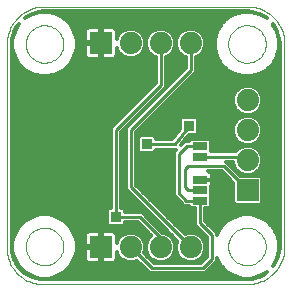
<source format=gbl>
G75*
G70*
%OFA0B0*%
%FSLAX24Y24*%
%IPPOS*%
%LPD*%
%AMOC8*
5,1,8,0,0,1.08239X$1,22.5*
%
%ADD10C,0.0000*%
%ADD11R,0.0500X0.0250*%
%ADD12R,0.0740X0.0740*%
%ADD13C,0.0740*%
%ADD14R,0.0356X0.0356*%
%ADD15C,0.0120*%
%ADD16C,0.0100*%
D10*
X000536Y001785D02*
X000534Y001719D01*
X000536Y001653D01*
X000542Y001587D01*
X000551Y001521D01*
X000564Y001456D01*
X000581Y001391D01*
X000601Y001328D01*
X000625Y001266D01*
X000652Y001206D01*
X000683Y001147D01*
X000717Y001089D01*
X000754Y001034D01*
X000794Y000981D01*
X000837Y000931D01*
X000882Y000882D01*
X000931Y000837D01*
X000981Y000794D01*
X001034Y000754D01*
X001089Y000717D01*
X001147Y000683D01*
X001206Y000652D01*
X001266Y000625D01*
X001328Y000601D01*
X001391Y000581D01*
X001456Y000564D01*
X001521Y000551D01*
X001587Y000542D01*
X001653Y000536D01*
X001719Y000534D01*
X001785Y000536D01*
X001785Y000535D02*
X008535Y000535D01*
X008603Y000537D01*
X008670Y000542D01*
X008737Y000551D01*
X008804Y000564D01*
X008869Y000581D01*
X008934Y000600D01*
X008998Y000624D01*
X009060Y000651D01*
X009121Y000681D01*
X009179Y000714D01*
X009236Y000750D01*
X009291Y000790D01*
X009344Y000832D01*
X009395Y000878D01*
X009442Y000925D01*
X009488Y000976D01*
X009530Y001029D01*
X009570Y001084D01*
X009606Y001141D01*
X009639Y001199D01*
X009669Y001260D01*
X009696Y001322D01*
X009720Y001386D01*
X009739Y001451D01*
X009756Y001516D01*
X009769Y001583D01*
X009778Y001650D01*
X009783Y001717D01*
X009785Y001785D01*
X009785Y008535D01*
X009783Y008603D01*
X009778Y008670D01*
X009769Y008737D01*
X009756Y008804D01*
X009739Y008869D01*
X009720Y008934D01*
X009696Y008998D01*
X009669Y009060D01*
X009639Y009121D01*
X009606Y009179D01*
X009570Y009236D01*
X009530Y009291D01*
X009488Y009344D01*
X009442Y009395D01*
X009395Y009442D01*
X009344Y009488D01*
X009291Y009530D01*
X009236Y009570D01*
X009179Y009606D01*
X009121Y009639D01*
X009060Y009669D01*
X008998Y009696D01*
X008934Y009720D01*
X008869Y009739D01*
X008804Y009756D01*
X008737Y009769D01*
X008670Y009778D01*
X008603Y009783D01*
X008535Y009785D01*
X001785Y009785D01*
X001160Y008535D02*
X001162Y008585D01*
X001168Y008634D01*
X001178Y008683D01*
X001191Y008730D01*
X001209Y008777D01*
X001230Y008822D01*
X001254Y008865D01*
X001282Y008906D01*
X001313Y008945D01*
X001347Y008981D01*
X001384Y009015D01*
X001424Y009045D01*
X001465Y009072D01*
X001509Y009096D01*
X001554Y009116D01*
X001601Y009132D01*
X001649Y009145D01*
X001698Y009154D01*
X001748Y009159D01*
X001797Y009160D01*
X001847Y009157D01*
X001896Y009150D01*
X001945Y009139D01*
X001992Y009125D01*
X002038Y009106D01*
X002083Y009084D01*
X002126Y009059D01*
X002166Y009030D01*
X002204Y008998D01*
X002240Y008964D01*
X002273Y008926D01*
X002302Y008886D01*
X002328Y008844D01*
X002351Y008800D01*
X002370Y008754D01*
X002386Y008707D01*
X002398Y008658D01*
X002406Y008609D01*
X002410Y008560D01*
X002410Y008510D01*
X002406Y008461D01*
X002398Y008412D01*
X002386Y008363D01*
X002370Y008316D01*
X002351Y008270D01*
X002328Y008226D01*
X002302Y008184D01*
X002273Y008144D01*
X002240Y008106D01*
X002204Y008072D01*
X002166Y008040D01*
X002126Y008011D01*
X002083Y007986D01*
X002038Y007964D01*
X001992Y007945D01*
X001945Y007931D01*
X001896Y007920D01*
X001847Y007913D01*
X001797Y007910D01*
X001748Y007911D01*
X001698Y007916D01*
X001649Y007925D01*
X001601Y007938D01*
X001554Y007954D01*
X001509Y007974D01*
X001465Y007998D01*
X001424Y008025D01*
X001384Y008055D01*
X001347Y008089D01*
X001313Y008125D01*
X001282Y008164D01*
X001254Y008205D01*
X001230Y008248D01*
X001209Y008293D01*
X001191Y008340D01*
X001178Y008387D01*
X001168Y008436D01*
X001162Y008485D01*
X001160Y008535D01*
X000535Y008535D02*
X000535Y001785D01*
X001160Y001785D02*
X001162Y001835D01*
X001168Y001884D01*
X001178Y001933D01*
X001191Y001980D01*
X001209Y002027D01*
X001230Y002072D01*
X001254Y002115D01*
X001282Y002156D01*
X001313Y002195D01*
X001347Y002231D01*
X001384Y002265D01*
X001424Y002295D01*
X001465Y002322D01*
X001509Y002346D01*
X001554Y002366D01*
X001601Y002382D01*
X001649Y002395D01*
X001698Y002404D01*
X001748Y002409D01*
X001797Y002410D01*
X001847Y002407D01*
X001896Y002400D01*
X001945Y002389D01*
X001992Y002375D01*
X002038Y002356D01*
X002083Y002334D01*
X002126Y002309D01*
X002166Y002280D01*
X002204Y002248D01*
X002240Y002214D01*
X002273Y002176D01*
X002302Y002136D01*
X002328Y002094D01*
X002351Y002050D01*
X002370Y002004D01*
X002386Y001957D01*
X002398Y001908D01*
X002406Y001859D01*
X002410Y001810D01*
X002410Y001760D01*
X002406Y001711D01*
X002398Y001662D01*
X002386Y001613D01*
X002370Y001566D01*
X002351Y001520D01*
X002328Y001476D01*
X002302Y001434D01*
X002273Y001394D01*
X002240Y001356D01*
X002204Y001322D01*
X002166Y001290D01*
X002126Y001261D01*
X002083Y001236D01*
X002038Y001214D01*
X001992Y001195D01*
X001945Y001181D01*
X001896Y001170D01*
X001847Y001163D01*
X001797Y001160D01*
X001748Y001161D01*
X001698Y001166D01*
X001649Y001175D01*
X001601Y001188D01*
X001554Y001204D01*
X001509Y001224D01*
X001465Y001248D01*
X001424Y001275D01*
X001384Y001305D01*
X001347Y001339D01*
X001313Y001375D01*
X001282Y001414D01*
X001254Y001455D01*
X001230Y001498D01*
X001209Y001543D01*
X001191Y001590D01*
X001178Y001637D01*
X001168Y001686D01*
X001162Y001735D01*
X001160Y001785D01*
X000535Y008535D02*
X000537Y008603D01*
X000542Y008670D01*
X000551Y008737D01*
X000564Y008804D01*
X000581Y008869D01*
X000600Y008934D01*
X000624Y008998D01*
X000651Y009060D01*
X000681Y009121D01*
X000714Y009179D01*
X000750Y009236D01*
X000790Y009291D01*
X000832Y009344D01*
X000878Y009395D01*
X000925Y009442D01*
X000976Y009488D01*
X001029Y009530D01*
X001084Y009570D01*
X001141Y009606D01*
X001199Y009639D01*
X001260Y009669D01*
X001322Y009696D01*
X001386Y009720D01*
X001451Y009739D01*
X001516Y009756D01*
X001583Y009769D01*
X001650Y009778D01*
X001717Y009783D01*
X001785Y009785D01*
X007910Y008535D02*
X007912Y008585D01*
X007918Y008634D01*
X007928Y008683D01*
X007941Y008730D01*
X007959Y008777D01*
X007980Y008822D01*
X008004Y008865D01*
X008032Y008906D01*
X008063Y008945D01*
X008097Y008981D01*
X008134Y009015D01*
X008174Y009045D01*
X008215Y009072D01*
X008259Y009096D01*
X008304Y009116D01*
X008351Y009132D01*
X008399Y009145D01*
X008448Y009154D01*
X008498Y009159D01*
X008547Y009160D01*
X008597Y009157D01*
X008646Y009150D01*
X008695Y009139D01*
X008742Y009125D01*
X008788Y009106D01*
X008833Y009084D01*
X008876Y009059D01*
X008916Y009030D01*
X008954Y008998D01*
X008990Y008964D01*
X009023Y008926D01*
X009052Y008886D01*
X009078Y008844D01*
X009101Y008800D01*
X009120Y008754D01*
X009136Y008707D01*
X009148Y008658D01*
X009156Y008609D01*
X009160Y008560D01*
X009160Y008510D01*
X009156Y008461D01*
X009148Y008412D01*
X009136Y008363D01*
X009120Y008316D01*
X009101Y008270D01*
X009078Y008226D01*
X009052Y008184D01*
X009023Y008144D01*
X008990Y008106D01*
X008954Y008072D01*
X008916Y008040D01*
X008876Y008011D01*
X008833Y007986D01*
X008788Y007964D01*
X008742Y007945D01*
X008695Y007931D01*
X008646Y007920D01*
X008597Y007913D01*
X008547Y007910D01*
X008498Y007911D01*
X008448Y007916D01*
X008399Y007925D01*
X008351Y007938D01*
X008304Y007954D01*
X008259Y007974D01*
X008215Y007998D01*
X008174Y008025D01*
X008134Y008055D01*
X008097Y008089D01*
X008063Y008125D01*
X008032Y008164D01*
X008004Y008205D01*
X007980Y008248D01*
X007959Y008293D01*
X007941Y008340D01*
X007928Y008387D01*
X007918Y008436D01*
X007912Y008485D01*
X007910Y008535D01*
X007910Y001785D02*
X007912Y001835D01*
X007918Y001884D01*
X007928Y001933D01*
X007941Y001980D01*
X007959Y002027D01*
X007980Y002072D01*
X008004Y002115D01*
X008032Y002156D01*
X008063Y002195D01*
X008097Y002231D01*
X008134Y002265D01*
X008174Y002295D01*
X008215Y002322D01*
X008259Y002346D01*
X008304Y002366D01*
X008351Y002382D01*
X008399Y002395D01*
X008448Y002404D01*
X008498Y002409D01*
X008547Y002410D01*
X008597Y002407D01*
X008646Y002400D01*
X008695Y002389D01*
X008742Y002375D01*
X008788Y002356D01*
X008833Y002334D01*
X008876Y002309D01*
X008916Y002280D01*
X008954Y002248D01*
X008990Y002214D01*
X009023Y002176D01*
X009052Y002136D01*
X009078Y002094D01*
X009101Y002050D01*
X009120Y002004D01*
X009136Y001957D01*
X009148Y001908D01*
X009156Y001859D01*
X009160Y001810D01*
X009160Y001760D01*
X009156Y001711D01*
X009148Y001662D01*
X009136Y001613D01*
X009120Y001566D01*
X009101Y001520D01*
X009078Y001476D01*
X009052Y001434D01*
X009023Y001394D01*
X008990Y001356D01*
X008954Y001322D01*
X008916Y001290D01*
X008876Y001261D01*
X008833Y001236D01*
X008788Y001214D01*
X008742Y001195D01*
X008695Y001181D01*
X008646Y001170D01*
X008597Y001163D01*
X008547Y001160D01*
X008498Y001161D01*
X008448Y001166D01*
X008399Y001175D01*
X008351Y001188D01*
X008304Y001204D01*
X008259Y001224D01*
X008215Y001248D01*
X008174Y001275D01*
X008134Y001305D01*
X008097Y001339D01*
X008063Y001375D01*
X008032Y001414D01*
X008004Y001455D01*
X007980Y001498D01*
X007959Y001543D01*
X007941Y001590D01*
X007928Y001637D01*
X007918Y001686D01*
X007912Y001735D01*
X007910Y001785D01*
D11*
X006960Y003310D03*
X006960Y003660D03*
X006960Y004010D03*
X006960Y004783D03*
X006960Y005137D03*
D12*
X008560Y003660D03*
X003660Y001760D03*
X003660Y008560D03*
D13*
X004660Y008560D03*
X005660Y008560D03*
X006660Y008560D03*
X008560Y006660D03*
X008560Y005660D03*
X008560Y004660D03*
X006660Y001760D03*
X005660Y001760D03*
X004660Y001760D03*
D14*
X004160Y002760D03*
X005188Y005188D03*
X006610Y005810D03*
X007860Y007310D03*
X003760Y006260D03*
X001260Y003060D03*
X007760Y002860D03*
D15*
X001089Y000971D02*
X001033Y000971D01*
X001103Y000901D02*
X000901Y001103D01*
X000762Y001354D01*
X000697Y001633D01*
X000695Y001764D01*
X000695Y001781D01*
X000698Y001843D01*
X000695Y001846D01*
X000695Y008535D01*
X000708Y008706D01*
X000814Y009030D01*
X000930Y009190D01*
X000790Y008947D01*
X000717Y008676D01*
X000717Y008394D01*
X000790Y008123D01*
X000931Y007879D01*
X001129Y007681D01*
X001373Y007540D01*
X001644Y007467D01*
X001926Y007467D01*
X002197Y007540D01*
X002441Y007681D01*
X002639Y007879D01*
X002780Y008123D01*
X002853Y008394D01*
X002853Y008676D01*
X002780Y008947D01*
X002639Y009191D01*
X002441Y009389D01*
X002197Y009530D01*
X001926Y009603D01*
X001644Y009603D01*
X001373Y009530D01*
X001130Y009390D01*
X001290Y009506D01*
X001614Y009612D01*
X001785Y009625D01*
X008535Y009625D01*
X008706Y009612D01*
X009030Y009506D01*
X009190Y009390D01*
X008947Y009530D01*
X008676Y009603D01*
X008394Y009603D01*
X008123Y009530D01*
X007879Y009389D01*
X007681Y009191D01*
X007540Y008947D01*
X007467Y008676D01*
X007467Y008394D01*
X007540Y008123D01*
X007681Y007879D01*
X007879Y007681D01*
X008123Y007540D01*
X008394Y007467D01*
X008676Y007467D01*
X008947Y007540D01*
X009191Y007681D01*
X009389Y007879D01*
X009530Y008123D01*
X009603Y008394D01*
X009603Y008676D01*
X009530Y008947D01*
X009390Y009190D01*
X009506Y009030D01*
X009612Y008706D01*
X009625Y008535D01*
X009625Y001785D01*
X009612Y001614D01*
X009506Y001290D01*
X009390Y001130D01*
X009530Y001373D01*
X009603Y001644D01*
X009603Y001926D01*
X009530Y002197D01*
X009389Y002441D01*
X009191Y002639D01*
X008947Y002780D01*
X008676Y002853D01*
X008394Y002853D01*
X008123Y002780D01*
X007879Y002639D01*
X007681Y002441D01*
X007540Y002197D01*
X007530Y002160D01*
X007530Y002230D01*
X007430Y002330D01*
X007130Y002630D01*
X007870Y002630D01*
X007751Y002512D02*
X007249Y002512D01*
X007367Y002393D02*
X007653Y002393D01*
X007585Y002275D02*
X007486Y002275D01*
X007190Y002090D02*
X007190Y001430D01*
X006990Y001230D01*
X005430Y001230D01*
X005105Y001555D01*
X005150Y001663D01*
X005150Y001857D01*
X005075Y002038D01*
X004938Y002175D01*
X004757Y002250D01*
X004563Y002250D01*
X004382Y002175D01*
X004245Y002038D01*
X004190Y001906D01*
X004190Y002151D01*
X004179Y002192D01*
X004158Y002228D01*
X004128Y002258D01*
X004092Y002279D01*
X004051Y002290D01*
X003700Y002290D01*
X003700Y001800D01*
X003620Y001800D01*
X003620Y002290D01*
X003269Y002290D01*
X003228Y002279D01*
X003192Y002258D01*
X003162Y002228D01*
X003141Y002192D01*
X003130Y002151D01*
X003130Y001800D01*
X003620Y001800D01*
X003620Y001720D01*
X003700Y001720D01*
X003700Y001230D01*
X004051Y001230D01*
X004092Y001241D01*
X004128Y001262D01*
X004158Y001292D01*
X004179Y001328D01*
X004190Y001369D01*
X004190Y001614D01*
X004245Y001482D01*
X004382Y001345D01*
X004563Y001270D01*
X004757Y001270D01*
X004865Y001315D01*
X005290Y000890D01*
X007130Y000890D01*
X007230Y000990D01*
X007530Y001290D01*
X007530Y001410D01*
X007540Y001373D01*
X007681Y001129D01*
X007879Y000931D01*
X008123Y000790D01*
X008394Y000717D01*
X008676Y000717D01*
X008947Y000790D01*
X009190Y000930D01*
X009030Y000814D01*
X008706Y000708D01*
X008535Y000695D01*
X001846Y000695D01*
X001843Y000698D01*
X001781Y000695D01*
X001764Y000695D01*
X001633Y000697D01*
X001354Y000762D01*
X001103Y000901D01*
X001129Y000931D02*
X001373Y000790D01*
X001644Y000717D01*
X001926Y000717D01*
X002197Y000790D01*
X002441Y000931D01*
X002639Y001129D01*
X002780Y001373D01*
X002853Y001644D01*
X002853Y001926D01*
X002780Y002197D01*
X002639Y002441D01*
X002441Y002639D01*
X002197Y002780D01*
X001926Y002853D01*
X001644Y002853D01*
X001373Y002780D01*
X001129Y002639D01*
X000931Y002441D01*
X000790Y002197D01*
X000717Y001926D01*
X000717Y001644D01*
X000790Y001373D01*
X000931Y001129D01*
X001129Y000931D01*
X001190Y000853D02*
X001265Y000853D01*
X001354Y000762D02*
X001354Y000762D01*
X001474Y000734D02*
X001582Y000734D01*
X001988Y000734D02*
X008332Y000734D01*
X008015Y000853D02*
X002305Y000853D01*
X002481Y000971D02*
X005209Y000971D01*
X005090Y001090D02*
X002600Y001090D01*
X002685Y001208D02*
X004972Y001208D01*
X005215Y001445D02*
X005282Y001445D01*
X005245Y001482D02*
X005382Y001345D01*
X005563Y001270D01*
X005757Y001270D01*
X005938Y001345D01*
X006075Y001482D01*
X006150Y001663D01*
X006150Y001857D01*
X006075Y002038D01*
X005938Y002175D01*
X005757Y002250D01*
X005710Y002250D01*
X005030Y002930D01*
X004458Y002930D01*
X004458Y002988D01*
X004388Y003058D01*
X004330Y003058D01*
X004330Y005590D01*
X005830Y007090D01*
X005830Y008100D01*
X005938Y008145D01*
X006075Y008282D01*
X006150Y008463D01*
X006150Y008657D01*
X006075Y008838D01*
X005938Y008975D01*
X005757Y009050D01*
X005563Y009050D01*
X005382Y008975D01*
X005245Y008838D01*
X005170Y008657D01*
X005170Y008463D01*
X005245Y008282D01*
X005382Y008145D01*
X005490Y008100D01*
X005490Y007230D01*
X004090Y005830D01*
X003990Y005730D01*
X003990Y003058D01*
X003932Y003058D01*
X003862Y002988D01*
X003862Y002532D01*
X003932Y002462D01*
X004388Y002462D01*
X004458Y002532D01*
X004458Y002590D01*
X004890Y002590D01*
X005343Y002136D01*
X005245Y002038D01*
X005170Y001857D01*
X005170Y001663D01*
X005245Y001482D01*
X005211Y001564D02*
X005109Y001564D01*
X005150Y001682D02*
X005170Y001682D01*
X005170Y001801D02*
X005150Y001801D01*
X005125Y001919D02*
X005195Y001919D01*
X005245Y002038D02*
X005075Y002038D01*
X004957Y002156D02*
X005324Y002156D01*
X005205Y002275D02*
X004100Y002275D01*
X004189Y002156D02*
X004363Y002156D01*
X004245Y002038D02*
X004190Y002038D01*
X004190Y001919D02*
X004195Y001919D01*
X004190Y001564D02*
X004211Y001564D01*
X004190Y001445D02*
X004282Y001445D01*
X004178Y001327D02*
X004426Y001327D01*
X003700Y001327D02*
X003620Y001327D01*
X003620Y001230D02*
X003620Y001720D01*
X003130Y001720D01*
X003130Y001369D01*
X003141Y001328D01*
X003162Y001292D01*
X003192Y001262D01*
X003228Y001241D01*
X003269Y001230D01*
X003620Y001230D01*
X003620Y001445D02*
X003700Y001445D01*
X003700Y001564D02*
X003620Y001564D01*
X003620Y001682D02*
X003700Y001682D01*
X003700Y001801D02*
X003620Y001801D01*
X003620Y001919D02*
X003700Y001919D01*
X003700Y002038D02*
X003620Y002038D01*
X003620Y002156D02*
X003700Y002156D01*
X003700Y002275D02*
X003620Y002275D01*
X003883Y002512D02*
X002569Y002512D01*
X002667Y002393D02*
X005087Y002393D01*
X004968Y002512D02*
X004437Y002512D01*
X004458Y002986D02*
X005194Y002986D01*
X005093Y002867D02*
X005313Y002867D01*
X005212Y002749D02*
X005431Y002749D01*
X005330Y002630D02*
X005550Y002630D01*
X005449Y002512D02*
X005668Y002512D01*
X005567Y002393D02*
X005787Y002393D01*
X005686Y002275D02*
X005905Y002275D01*
X005957Y002156D02*
X006024Y002156D01*
X006075Y002038D02*
X006142Y002038D01*
X006215Y001965D02*
X006170Y001857D01*
X006170Y001663D01*
X006245Y001482D01*
X006382Y001345D01*
X006563Y001270D01*
X006757Y001270D01*
X006938Y001345D01*
X007075Y001482D01*
X007150Y001663D01*
X007150Y001857D01*
X007075Y002038D01*
X006938Y002175D01*
X006757Y002250D01*
X006563Y002250D01*
X006455Y002205D01*
X004830Y003830D01*
X004830Y005590D01*
X006830Y007590D01*
X006830Y008100D01*
X006938Y008145D01*
X007075Y008282D01*
X007150Y008463D01*
X007150Y008657D01*
X007075Y008838D01*
X006938Y008975D01*
X006757Y009050D01*
X006563Y009050D01*
X006382Y008975D01*
X006245Y008838D01*
X006170Y008657D01*
X006170Y008463D01*
X006245Y008282D01*
X006382Y008145D01*
X006490Y008100D01*
X006490Y007730D01*
X004590Y005830D01*
X004490Y005730D01*
X004490Y003690D01*
X006215Y001965D01*
X006195Y001919D02*
X006125Y001919D01*
X006150Y001801D02*
X006170Y001801D01*
X006170Y001682D02*
X006150Y001682D01*
X006109Y001564D02*
X006211Y001564D01*
X006282Y001445D02*
X006038Y001445D01*
X005894Y001327D02*
X006426Y001327D01*
X006894Y001327D02*
X007086Y001327D01*
X007038Y001445D02*
X007190Y001445D01*
X007190Y001564D02*
X007109Y001564D01*
X007150Y001682D02*
X007190Y001682D01*
X007190Y001801D02*
X007150Y001801D01*
X007125Y001919D02*
X007190Y001919D01*
X007190Y002038D02*
X007075Y002038D01*
X007190Y002090D02*
X006790Y002490D01*
X006790Y003065D01*
X006660Y003065D01*
X006590Y003135D01*
X006590Y003140D01*
X006440Y003140D01*
X006090Y003490D01*
X006090Y004930D01*
X006178Y005018D01*
X006143Y005018D01*
X006084Y005010D01*
X006074Y005018D01*
X005486Y005018D01*
X005486Y004960D01*
X005416Y004890D01*
X004960Y004890D01*
X004890Y004960D01*
X004890Y005416D01*
X004960Y005486D01*
X005416Y005486D01*
X005486Y005416D01*
X005486Y005358D01*
X006048Y005358D01*
X006312Y005701D01*
X006312Y006038D01*
X006382Y006108D01*
X006838Y006108D01*
X006908Y006038D01*
X006908Y005582D01*
X006838Y005512D01*
X006595Y005512D01*
X006343Y005183D01*
X006467Y005307D01*
X006590Y005307D01*
X006590Y005312D01*
X006660Y005382D01*
X007260Y005382D01*
X007330Y005312D01*
X007330Y004962D01*
X007328Y004960D01*
X007330Y004958D01*
X007330Y004953D01*
X008160Y004953D01*
X008282Y005075D01*
X008463Y005150D01*
X008657Y005150D01*
X008838Y005075D01*
X008975Y004938D01*
X009050Y004757D01*
X009050Y004563D01*
X008975Y004382D01*
X008838Y004245D01*
X008657Y004170D01*
X008463Y004170D01*
X008282Y004245D01*
X008145Y004382D01*
X008070Y004563D01*
X008070Y004613D01*
X007848Y004613D01*
X008310Y004150D01*
X008980Y004150D01*
X009050Y004080D01*
X009050Y003240D01*
X008980Y003170D01*
X008140Y003170D01*
X008070Y003240D01*
X008070Y003910D01*
X007690Y004290D01*
X007250Y004290D01*
X007272Y004284D01*
X007308Y004263D01*
X007338Y004233D01*
X007359Y004197D01*
X007370Y004156D01*
X007370Y004013D01*
X006963Y004013D01*
X006963Y004007D01*
X007370Y004007D01*
X007370Y003864D01*
X007359Y003823D01*
X007338Y003787D01*
X007330Y003779D01*
X007330Y003485D01*
X007330Y003485D01*
X007330Y003485D01*
X007330Y003135D01*
X007260Y003065D01*
X007130Y003065D01*
X007130Y002630D01*
X007130Y002749D02*
X008068Y002749D01*
X008088Y003223D02*
X007330Y003223D01*
X007330Y003341D02*
X008070Y003341D01*
X008070Y003460D02*
X007330Y003460D01*
X007330Y003578D02*
X008070Y003578D01*
X008070Y003697D02*
X007330Y003697D01*
X007354Y003815D02*
X008070Y003815D01*
X008046Y003934D02*
X007370Y003934D01*
X007370Y004052D02*
X007928Y004052D01*
X007809Y004171D02*
X007366Y004171D01*
X007253Y004289D02*
X007691Y004289D01*
X007934Y004526D02*
X008085Y004526D01*
X008053Y004408D02*
X008134Y004408D01*
X008171Y004289D02*
X008238Y004289D01*
X008290Y004171D02*
X008461Y004171D01*
X008659Y004171D02*
X009625Y004171D01*
X009625Y004289D02*
X008882Y004289D01*
X008986Y004408D02*
X009625Y004408D01*
X009625Y004526D02*
X009035Y004526D01*
X009050Y004645D02*
X009625Y004645D01*
X009625Y004763D02*
X009048Y004763D01*
X008999Y004882D02*
X009625Y004882D01*
X009625Y005000D02*
X008913Y005000D01*
X008733Y005119D02*
X009625Y005119D01*
X009625Y005237D02*
X008819Y005237D01*
X008838Y005245D02*
X008975Y005382D01*
X009050Y005563D01*
X009050Y005757D01*
X008975Y005938D01*
X008838Y006075D01*
X008657Y006150D01*
X008463Y006150D01*
X008282Y006075D01*
X008145Y005938D01*
X008070Y005757D01*
X008070Y005563D01*
X008145Y005382D01*
X008282Y005245D01*
X008463Y005170D01*
X008657Y005170D01*
X008838Y005245D01*
X008948Y005356D02*
X009625Y005356D01*
X009625Y005474D02*
X009013Y005474D01*
X009050Y005593D02*
X009625Y005593D01*
X009625Y005711D02*
X009050Y005711D01*
X009020Y005830D02*
X009625Y005830D01*
X009625Y005948D02*
X008965Y005948D01*
X008846Y006067D02*
X009625Y006067D01*
X009625Y006185D02*
X008694Y006185D01*
X008657Y006170D02*
X008838Y006245D01*
X008975Y006382D01*
X009050Y006563D01*
X009050Y006757D01*
X008975Y006938D01*
X008838Y007075D01*
X008657Y007150D01*
X008463Y007150D01*
X008282Y007075D01*
X008145Y006938D01*
X008070Y006757D01*
X008070Y006563D01*
X008145Y006382D01*
X008282Y006245D01*
X008463Y006170D01*
X008657Y006170D01*
X008426Y006185D02*
X005425Y006185D01*
X005307Y006067D02*
X006341Y006067D01*
X006312Y005948D02*
X005188Y005948D01*
X005070Y005830D02*
X006312Y005830D01*
X006312Y005711D02*
X004951Y005711D01*
X004833Y005593D02*
X006229Y005593D01*
X006137Y005474D02*
X005428Y005474D01*
X005486Y005000D02*
X006160Y005000D01*
X006090Y004882D02*
X004830Y004882D01*
X004830Y005000D02*
X004890Y005000D01*
X004890Y005119D02*
X004830Y005119D01*
X004830Y005237D02*
X004890Y005237D01*
X004890Y005356D02*
X004830Y005356D01*
X004830Y005474D02*
X004948Y005474D01*
X004589Y005830D02*
X004570Y005830D01*
X004490Y005711D02*
X004451Y005711D01*
X004490Y005593D02*
X004333Y005593D01*
X004330Y005474D02*
X004490Y005474D01*
X004490Y005356D02*
X004330Y005356D01*
X004330Y005237D02*
X004490Y005237D01*
X004490Y005119D02*
X004330Y005119D01*
X004330Y005000D02*
X004490Y005000D01*
X004490Y004882D02*
X004330Y004882D01*
X004330Y004763D02*
X004490Y004763D01*
X004490Y004645D02*
X004330Y004645D01*
X004330Y004526D02*
X004490Y004526D01*
X004490Y004408D02*
X004330Y004408D01*
X004330Y004289D02*
X004490Y004289D01*
X004490Y004171D02*
X004330Y004171D01*
X004330Y004052D02*
X004490Y004052D01*
X004490Y003934D02*
X004330Y003934D01*
X004330Y003815D02*
X004490Y003815D01*
X004490Y003697D02*
X004330Y003697D01*
X004330Y003578D02*
X004602Y003578D01*
X004720Y003460D02*
X004330Y003460D01*
X004330Y003341D02*
X004839Y003341D01*
X004957Y003223D02*
X004330Y003223D01*
X004330Y003104D02*
X005076Y003104D01*
X005319Y003341D02*
X006239Y003341D01*
X006357Y003223D02*
X005438Y003223D01*
X005556Y003104D02*
X006621Y003104D01*
X006790Y002986D02*
X005675Y002986D01*
X005793Y002867D02*
X006790Y002867D01*
X006790Y002749D02*
X005912Y002749D01*
X006030Y002630D02*
X006790Y002630D01*
X006790Y002512D02*
X006149Y002512D01*
X006267Y002393D02*
X006887Y002393D01*
X007005Y002275D02*
X006386Y002275D01*
X006957Y002156D02*
X007124Y002156D01*
X007130Y002867D02*
X009625Y002867D01*
X009625Y002749D02*
X009002Y002749D01*
X009200Y002630D02*
X009625Y002630D01*
X009625Y002512D02*
X009319Y002512D01*
X009417Y002393D02*
X009625Y002393D01*
X009625Y002275D02*
X009485Y002275D01*
X009541Y002156D02*
X009625Y002156D01*
X009625Y002038D02*
X009573Y002038D01*
X009603Y001919D02*
X009625Y001919D01*
X009625Y001801D02*
X009603Y001801D01*
X009603Y001682D02*
X009617Y001682D01*
X009595Y001564D02*
X009581Y001564D01*
X009557Y001445D02*
X009549Y001445D01*
X009518Y001327D02*
X009503Y001327D01*
X009447Y001208D02*
X009435Y001208D01*
X009083Y000853D02*
X009055Y000853D01*
X008784Y000734D02*
X008738Y000734D01*
X007839Y000971D02*
X007211Y000971D01*
X007330Y001090D02*
X007720Y001090D01*
X007635Y001208D02*
X007448Y001208D01*
X007530Y001327D02*
X007567Y001327D01*
X007130Y002986D02*
X009625Y002986D01*
X009625Y003104D02*
X007299Y003104D01*
X006120Y003460D02*
X005201Y003460D01*
X005082Y003578D02*
X006090Y003578D01*
X006090Y003697D02*
X004964Y003697D01*
X004845Y003815D02*
X006090Y003815D01*
X006090Y003934D02*
X004830Y003934D01*
X004830Y004052D02*
X006090Y004052D01*
X006090Y004171D02*
X004830Y004171D01*
X004830Y004289D02*
X006090Y004289D01*
X006090Y004408D02*
X004830Y004408D01*
X004830Y004526D02*
X006090Y004526D01*
X006090Y004645D02*
X004830Y004645D01*
X004830Y004763D02*
X006090Y004763D01*
X006384Y005237D02*
X006397Y005237D01*
X006475Y005356D02*
X006634Y005356D01*
X006566Y005474D02*
X008107Y005474D01*
X008070Y005593D02*
X006908Y005593D01*
X006908Y005711D02*
X008070Y005711D01*
X008100Y005830D02*
X006908Y005830D01*
X006908Y005948D02*
X008155Y005948D01*
X008274Y006067D02*
X006879Y006067D01*
X007286Y005356D02*
X008172Y005356D01*
X008301Y005237D02*
X007330Y005237D01*
X007330Y005119D02*
X008387Y005119D01*
X008207Y005000D02*
X007330Y005000D01*
X008224Y006304D02*
X005544Y006304D01*
X005662Y006422D02*
X008128Y006422D01*
X008079Y006541D02*
X005781Y006541D01*
X005899Y006659D02*
X008070Y006659D01*
X008078Y006778D02*
X006018Y006778D01*
X006136Y006896D02*
X008127Y006896D01*
X008222Y007015D02*
X006255Y007015D01*
X006373Y007133D02*
X008422Y007133D01*
X008698Y007133D02*
X009625Y007133D01*
X009625Y007252D02*
X006492Y007252D01*
X006610Y007370D02*
X009625Y007370D01*
X009625Y007489D02*
X008755Y007489D01*
X009063Y007607D02*
X009625Y007607D01*
X009625Y007726D02*
X009236Y007726D01*
X009354Y007844D02*
X009625Y007844D01*
X009625Y007963D02*
X009437Y007963D01*
X009506Y008081D02*
X009625Y008081D01*
X009625Y008200D02*
X009551Y008200D01*
X009582Y008318D02*
X009625Y008318D01*
X009625Y008437D02*
X009603Y008437D01*
X009603Y008555D02*
X009623Y008555D01*
X009614Y008674D02*
X009603Y008674D01*
X009583Y008792D02*
X009572Y008792D01*
X009545Y008911D02*
X009540Y008911D01*
X009506Y009029D02*
X009483Y009029D01*
X009421Y009148D02*
X009414Y009148D01*
X009034Y009503D02*
X008994Y009503D01*
X008579Y009622D02*
X001741Y009622D01*
X001326Y009503D02*
X001286Y009503D01*
X000906Y009148D02*
X000899Y009148D01*
X000837Y009029D02*
X000814Y009029D01*
X000780Y008911D02*
X000775Y008911D01*
X000748Y008792D02*
X000737Y008792D01*
X000717Y008674D02*
X000706Y008674D01*
X000697Y008555D02*
X000717Y008555D01*
X000717Y008437D02*
X000695Y008437D01*
X000695Y008318D02*
X000738Y008318D01*
X000769Y008200D02*
X000695Y008200D01*
X000695Y008081D02*
X000814Y008081D01*
X000883Y007963D02*
X000695Y007963D01*
X000695Y007844D02*
X000966Y007844D01*
X001084Y007726D02*
X000695Y007726D01*
X000695Y007607D02*
X001257Y007607D01*
X001565Y007489D02*
X000695Y007489D01*
X000695Y007370D02*
X005490Y007370D01*
X005490Y007252D02*
X000695Y007252D01*
X000695Y007133D02*
X005393Y007133D01*
X005274Y007015D02*
X000695Y007015D01*
X000695Y006896D02*
X005156Y006896D01*
X005037Y006778D02*
X000695Y006778D01*
X000695Y006659D02*
X004919Y006659D01*
X004800Y006541D02*
X000695Y006541D01*
X000695Y006422D02*
X004682Y006422D01*
X004563Y006304D02*
X000695Y006304D01*
X000695Y006185D02*
X004445Y006185D01*
X004326Y006067D02*
X000695Y006067D01*
X000695Y005948D02*
X004208Y005948D01*
X004089Y005830D02*
X000695Y005830D01*
X000695Y005711D02*
X003990Y005711D01*
X003990Y005593D02*
X000695Y005593D01*
X000695Y005474D02*
X003990Y005474D01*
X003990Y005356D02*
X000695Y005356D01*
X000695Y005237D02*
X003990Y005237D01*
X003990Y005119D02*
X000695Y005119D01*
X000695Y005000D02*
X003990Y005000D01*
X003990Y004882D02*
X000695Y004882D01*
X000695Y004763D02*
X003990Y004763D01*
X003990Y004645D02*
X000695Y004645D01*
X000695Y004526D02*
X003990Y004526D01*
X003990Y004408D02*
X000695Y004408D01*
X000695Y004289D02*
X003990Y004289D01*
X003990Y004171D02*
X000695Y004171D01*
X000695Y004052D02*
X003990Y004052D01*
X003990Y003934D02*
X000695Y003934D01*
X000695Y003815D02*
X003990Y003815D01*
X003990Y003697D02*
X000695Y003697D01*
X000695Y003578D02*
X003990Y003578D01*
X003990Y003460D02*
X000695Y003460D01*
X000695Y003341D02*
X003990Y003341D01*
X003990Y003223D02*
X000695Y003223D01*
X000695Y003104D02*
X003990Y003104D01*
X003862Y002986D02*
X000695Y002986D01*
X000695Y002867D02*
X003862Y002867D01*
X003862Y002749D02*
X002252Y002749D01*
X002450Y002630D02*
X003862Y002630D01*
X003220Y002275D02*
X002735Y002275D01*
X002791Y002156D02*
X003131Y002156D01*
X003130Y002038D02*
X002823Y002038D01*
X002853Y001919D02*
X003130Y001919D01*
X003130Y001801D02*
X002853Y001801D01*
X002853Y001682D02*
X003130Y001682D01*
X003130Y001564D02*
X002831Y001564D01*
X002799Y001445D02*
X003130Y001445D01*
X003142Y001327D02*
X002753Y001327D01*
X001318Y002749D02*
X000695Y002749D01*
X000695Y002630D02*
X001120Y002630D01*
X001001Y002512D02*
X000695Y002512D01*
X000695Y002393D02*
X000903Y002393D01*
X000835Y002275D02*
X000695Y002275D01*
X000695Y002156D02*
X000779Y002156D01*
X000747Y002038D02*
X000695Y002038D01*
X000695Y001919D02*
X000717Y001919D01*
X000717Y001801D02*
X000696Y001801D01*
X000696Y001682D02*
X000717Y001682D01*
X000713Y001564D02*
X000739Y001564D01*
X000741Y001445D02*
X000771Y001445D01*
X000777Y001327D02*
X000817Y001327D01*
X000842Y001208D02*
X000885Y001208D01*
X000914Y001090D02*
X000970Y001090D01*
X005334Y001327D02*
X005426Y001327D01*
X009032Y003223D02*
X009625Y003223D01*
X009625Y003341D02*
X009050Y003341D01*
X009050Y003460D02*
X009625Y003460D01*
X009625Y003578D02*
X009050Y003578D01*
X009050Y003697D02*
X009625Y003697D01*
X009625Y003815D02*
X009050Y003815D01*
X009050Y003934D02*
X009625Y003934D01*
X009625Y004052D02*
X009050Y004052D01*
X008896Y006304D02*
X009625Y006304D01*
X009625Y006422D02*
X008992Y006422D01*
X009041Y006541D02*
X009625Y006541D01*
X009625Y006659D02*
X009050Y006659D01*
X009042Y006778D02*
X009625Y006778D01*
X009625Y006896D02*
X008993Y006896D01*
X008898Y007015D02*
X009625Y007015D01*
X008315Y007489D02*
X006729Y007489D01*
X006830Y007607D02*
X008007Y007607D01*
X007834Y007726D02*
X006830Y007726D01*
X006830Y007844D02*
X007716Y007844D01*
X007633Y007963D02*
X006830Y007963D01*
X006830Y008081D02*
X007564Y008081D01*
X007519Y008200D02*
X006992Y008200D01*
X007090Y008318D02*
X007488Y008318D01*
X007467Y008437D02*
X007139Y008437D01*
X007150Y008555D02*
X007467Y008555D01*
X007467Y008674D02*
X007143Y008674D01*
X007094Y008792D02*
X007498Y008792D01*
X007530Y008911D02*
X007002Y008911D01*
X006808Y009029D02*
X007587Y009029D01*
X007656Y009148D02*
X002664Y009148D01*
X002733Y009029D02*
X003163Y009029D01*
X003162Y009028D02*
X003141Y008992D01*
X003130Y008951D01*
X003130Y008600D01*
X003620Y008600D01*
X003620Y009090D01*
X003269Y009090D01*
X003228Y009079D01*
X003192Y009058D01*
X003162Y009028D01*
X003130Y008911D02*
X002790Y008911D01*
X002822Y008792D02*
X003130Y008792D01*
X003130Y008674D02*
X002853Y008674D01*
X002853Y008555D02*
X003620Y008555D01*
X003620Y008520D02*
X003130Y008520D01*
X003130Y008169D01*
X003141Y008128D01*
X003162Y008092D01*
X003192Y008062D01*
X003228Y008041D01*
X003269Y008030D01*
X003620Y008030D01*
X003620Y008520D01*
X003700Y008520D01*
X003700Y008030D01*
X004051Y008030D01*
X004092Y008041D01*
X004128Y008062D01*
X004158Y008092D01*
X004179Y008128D01*
X004190Y008169D01*
X004190Y008414D01*
X004245Y008282D01*
X004382Y008145D01*
X004563Y008070D01*
X004757Y008070D01*
X004938Y008145D01*
X005075Y008282D01*
X005150Y008463D01*
X005150Y008657D01*
X005075Y008838D01*
X004938Y008975D01*
X004757Y009050D01*
X004563Y009050D01*
X004382Y008975D01*
X004245Y008838D01*
X004190Y008706D01*
X004190Y008951D01*
X004179Y008992D01*
X004158Y009028D01*
X004128Y009058D01*
X004092Y009079D01*
X004051Y009090D01*
X003700Y009090D01*
X003700Y008600D01*
X003620Y008600D01*
X003620Y008520D01*
X003620Y008437D02*
X003700Y008437D01*
X003700Y008318D02*
X003620Y008318D01*
X003620Y008200D02*
X003700Y008200D01*
X003700Y008081D02*
X003620Y008081D01*
X003173Y008081D02*
X002756Y008081D01*
X002801Y008200D02*
X003130Y008200D01*
X003130Y008318D02*
X002832Y008318D01*
X002853Y008437D02*
X003130Y008437D01*
X002687Y007963D02*
X005490Y007963D01*
X005490Y008081D02*
X004784Y008081D01*
X004992Y008200D02*
X005328Y008200D01*
X005230Y008318D02*
X005090Y008318D01*
X005139Y008437D02*
X005181Y008437D01*
X005170Y008555D02*
X005150Y008555D01*
X005143Y008674D02*
X005177Y008674D01*
X005226Y008792D02*
X005094Y008792D01*
X005002Y008911D02*
X005318Y008911D01*
X005512Y009029D02*
X004808Y009029D01*
X004512Y009029D02*
X004157Y009029D01*
X004190Y008911D02*
X004318Y008911D01*
X004226Y008792D02*
X004190Y008792D01*
X004190Y008318D02*
X004230Y008318D01*
X004190Y008200D02*
X004328Y008200D01*
X004147Y008081D02*
X004536Y008081D01*
X003700Y008674D02*
X003620Y008674D01*
X003620Y008792D02*
X003700Y008792D01*
X003700Y008911D02*
X003620Y008911D01*
X003620Y009029D02*
X003700Y009029D01*
X002564Y009266D02*
X007756Y009266D01*
X007874Y009385D02*
X002446Y009385D01*
X002244Y009503D02*
X008076Y009503D01*
X006512Y009029D02*
X005808Y009029D01*
X006002Y008911D02*
X006318Y008911D01*
X006226Y008792D02*
X006094Y008792D01*
X006143Y008674D02*
X006177Y008674D01*
X006170Y008555D02*
X006150Y008555D01*
X006139Y008437D02*
X006181Y008437D01*
X006230Y008318D02*
X006090Y008318D01*
X005992Y008200D02*
X006328Y008200D01*
X006490Y008081D02*
X005830Y008081D01*
X005830Y007963D02*
X006490Y007963D01*
X006490Y007844D02*
X005830Y007844D01*
X005830Y007726D02*
X006485Y007726D01*
X006367Y007607D02*
X005830Y007607D01*
X005830Y007489D02*
X006248Y007489D01*
X006130Y007370D02*
X005830Y007370D01*
X005830Y007252D02*
X006011Y007252D01*
X005893Y007133D02*
X005830Y007133D01*
X005774Y007015D02*
X005755Y007015D01*
X005656Y006896D02*
X005636Y006896D01*
X005537Y006778D02*
X005518Y006778D01*
X005419Y006659D02*
X005399Y006659D01*
X005300Y006541D02*
X005281Y006541D01*
X005182Y006422D02*
X005162Y006422D01*
X005063Y006304D02*
X005044Y006304D01*
X004945Y006185D02*
X004925Y006185D01*
X004826Y006067D02*
X004807Y006067D01*
X004708Y005948D02*
X004688Y005948D01*
X005490Y007489D02*
X002005Y007489D01*
X002313Y007607D02*
X005490Y007607D01*
X005490Y007726D02*
X002486Y007726D01*
X002604Y007844D02*
X005490Y007844D01*
D16*
X005660Y007160D02*
X005660Y008560D01*
X006660Y008560D02*
X006660Y007660D01*
X004660Y005660D01*
X004660Y003760D01*
X006660Y001760D01*
X007360Y002160D02*
X006960Y002560D01*
X006960Y003310D01*
X006510Y003310D01*
X006260Y003560D01*
X006260Y004860D01*
X006537Y005137D01*
X006960Y005137D01*
X006960Y004783D02*
X008437Y004783D01*
X008560Y004660D01*
X007760Y004460D02*
X008560Y003660D01*
X007760Y004460D02*
X006560Y004460D01*
X006460Y004360D01*
X006460Y003760D01*
X006560Y003660D01*
X006960Y003660D01*
X007360Y002160D02*
X007360Y001360D01*
X007060Y001060D01*
X005360Y001060D01*
X004660Y001760D01*
X005660Y001760D02*
X005660Y002060D01*
X004960Y002760D01*
X004160Y002760D01*
X004160Y005660D01*
X005660Y007160D01*
X006610Y005810D02*
X006132Y005188D01*
X005188Y005188D01*
M02*

</source>
